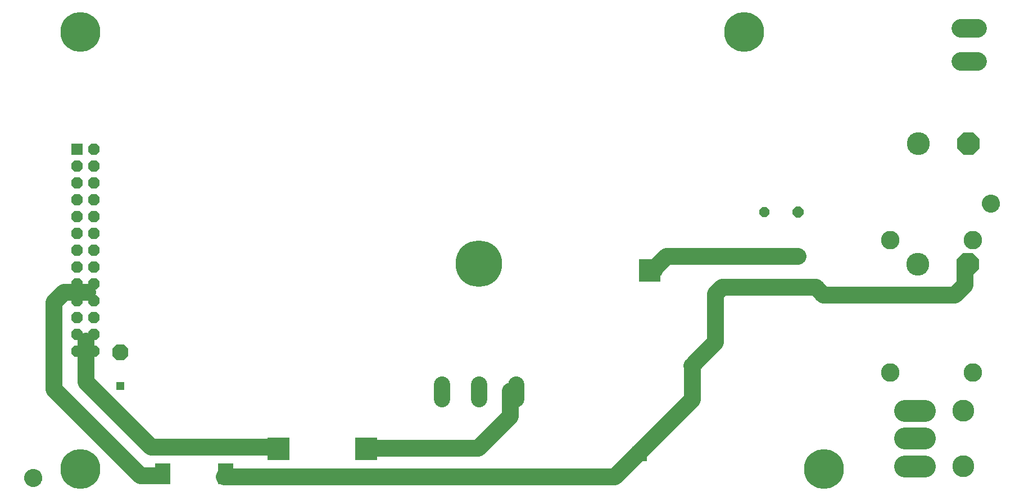
<source format=gbs>
G75*
G70*
%OFA0B0*%
%FSLAX24Y24*%
%IPPOS*%
%LPD*%
%AMOC8*
5,1,8,0,0,1.08239X$1,22.5*
%
%ADD10C,0.1000*%
%ADD11C,0.0973*%
%ADD12C,0.2759*%
%ADD13R,0.0674X0.0674*%
%ADD14OC8,0.0674*%
%ADD15C,0.1360*%
%ADD16OC8,0.1360*%
%ADD17C,0.1100*%
%ADD18OC8,0.0946*%
%ADD19R,0.0516X0.0516*%
%ADD20OC8,0.0640*%
%ADD21OC8,0.0600*%
%ADD22C,0.1100*%
%ADD23C,0.0050*%
%ADD24C,0.1299*%
%ADD25C,0.1299*%
%ADD26R,0.0516X0.0516*%
%ADD27C,0.2365*%
D10*
X006475Y009407D02*
X011625Y004257D01*
X012400Y004257D01*
X012250Y005957D02*
X019225Y005957D01*
X016575Y004207D02*
X039750Y004207D01*
X044350Y008807D01*
X044350Y010757D01*
X044325Y010782D01*
X044475Y010957D02*
X044500Y010957D01*
X044475Y010957D02*
X045725Y012207D01*
X045725Y015057D01*
X046125Y015457D01*
X051675Y015457D01*
X052125Y015007D01*
X059925Y015007D01*
X060500Y015582D01*
X060500Y016532D01*
X050625Y017307D02*
X042825Y017307D01*
X042125Y016607D01*
X042125Y016482D01*
X033550Y009307D02*
X033550Y007807D01*
X031650Y005907D01*
X025625Y005907D01*
X012250Y005957D02*
X008375Y009832D01*
X008375Y012257D01*
X006475Y014557D02*
X007075Y015157D01*
X008475Y015157D01*
X006475Y014557D02*
X006475Y009407D01*
D11*
X029462Y009700D02*
X029462Y008815D01*
X031662Y008815D02*
X031662Y009700D01*
X033862Y009700D02*
X033862Y008815D01*
D12*
X031662Y016858D03*
D13*
X007832Y023673D03*
D14*
X008832Y023673D03*
X008832Y022673D03*
X007832Y022673D03*
X007832Y021673D03*
X008832Y021673D03*
X008832Y020673D03*
X007832Y020673D03*
X007832Y019673D03*
X008832Y019673D03*
X008832Y018673D03*
X007832Y018673D03*
X007832Y017673D03*
X008832Y017673D03*
X008832Y016673D03*
X007832Y016673D03*
X007832Y015673D03*
X008832Y015673D03*
X008832Y014673D03*
X007832Y014673D03*
X007832Y013673D03*
X008832Y013673D03*
X008832Y012673D03*
X007832Y012673D03*
X007832Y011673D03*
X008832Y011673D03*
D15*
X057723Y016832D03*
X057748Y023982D03*
D16*
X060701Y023982D03*
X060676Y016832D03*
D17*
X060250Y028882D02*
X061250Y028882D01*
X061250Y030851D02*
X060250Y030851D01*
D18*
X010425Y011607D03*
D19*
X010425Y009607D03*
D20*
X050625Y019932D03*
D21*
X048625Y019932D03*
D22*
X056064Y018269D03*
X060985Y018269D03*
X060985Y010395D03*
X056064Y010395D03*
D23*
X004867Y003811D02*
X004817Y003882D01*
X004780Y003961D01*
X004757Y004045D01*
X004750Y004132D01*
X004757Y004219D01*
X004780Y004303D01*
X004817Y004382D01*
X004867Y004453D01*
X004928Y004515D01*
X005000Y004565D01*
X005079Y004602D01*
X005163Y004624D01*
X005250Y004632D01*
X005337Y004624D01*
X005421Y004602D01*
X005500Y004565D01*
X005571Y004515D01*
X005633Y004453D01*
X005683Y004382D01*
X005720Y004303D01*
X005742Y004219D01*
X005750Y004132D01*
X005742Y004045D01*
X005720Y003961D01*
X005683Y003882D01*
X005633Y003811D01*
X005571Y003749D01*
X005500Y003699D01*
X005421Y003662D01*
X005337Y003640D01*
X005250Y003632D01*
X005163Y003640D01*
X005079Y003662D01*
X005000Y003699D01*
X004928Y003749D01*
X004867Y003811D01*
X004868Y003809D02*
X005631Y003809D01*
X005666Y003858D02*
X004834Y003858D01*
X004806Y003906D02*
X005694Y003906D01*
X005717Y003955D02*
X004783Y003955D01*
X004769Y004003D02*
X005731Y004003D01*
X005743Y004052D02*
X004757Y004052D01*
X004753Y004100D02*
X005747Y004100D01*
X005748Y004149D02*
X004751Y004149D01*
X004756Y004197D02*
X005744Y004197D01*
X005735Y004246D02*
X004765Y004246D01*
X004778Y004294D02*
X005722Y004294D01*
X005701Y004343D02*
X004799Y004343D01*
X004823Y004391D02*
X005676Y004391D01*
X005643Y004440D02*
X004857Y004440D01*
X004902Y004488D02*
X005598Y004488D01*
X005540Y004537D02*
X004959Y004537D01*
X005043Y004585D02*
X005457Y004585D01*
X005583Y003761D02*
X004917Y003761D01*
X004981Y003712D02*
X005519Y003712D01*
X005424Y003664D02*
X005076Y003664D01*
X061580Y020261D02*
X061617Y020182D01*
X061667Y020111D01*
X061728Y020049D01*
X061800Y019999D01*
X061879Y019962D01*
X061963Y019940D01*
X062050Y019932D01*
X062137Y019940D01*
X062221Y019962D01*
X062300Y019999D01*
X062371Y020049D01*
X062433Y020111D01*
X062483Y020182D01*
X062520Y020261D01*
X062542Y020345D01*
X062550Y020432D01*
X062542Y020519D01*
X062520Y020603D01*
X062483Y020682D01*
X062433Y020753D01*
X062371Y020815D01*
X062300Y020865D01*
X062221Y020902D01*
X062137Y020924D01*
X062050Y020932D01*
X061963Y020924D01*
X061879Y020902D01*
X061800Y020865D01*
X061728Y020815D01*
X061667Y020753D01*
X061617Y020682D01*
X061580Y020603D01*
X061557Y020519D01*
X061550Y020432D01*
X061557Y020345D01*
X061580Y020261D01*
X061585Y020251D02*
X062515Y020251D01*
X062530Y020299D02*
X061570Y020299D01*
X061557Y020348D02*
X062542Y020348D01*
X062547Y020396D02*
X061553Y020396D01*
X061551Y020445D02*
X062549Y020445D01*
X062545Y020493D02*
X061555Y020493D01*
X061564Y020542D02*
X062536Y020542D01*
X062523Y020590D02*
X061577Y020590D01*
X061597Y020639D02*
X062503Y020639D01*
X062479Y020687D02*
X061621Y020687D01*
X061654Y020736D02*
X062445Y020736D01*
X062402Y020784D02*
X061698Y020784D01*
X061754Y020833D02*
X062346Y020833D01*
X062265Y020881D02*
X061835Y020881D01*
X062024Y020930D02*
X062076Y020930D01*
X062492Y020202D02*
X061607Y020202D01*
X061637Y020154D02*
X062463Y020154D01*
X062428Y020105D02*
X061672Y020105D01*
X061721Y020057D02*
X062379Y020057D01*
X062313Y020008D02*
X061787Y020008D01*
X061888Y019960D02*
X062212Y019960D01*
D24*
X058115Y008132D02*
X056934Y008132D01*
X056934Y006479D02*
X058115Y006479D01*
X058115Y004825D02*
X056934Y004825D01*
D25*
X060399Y004825D03*
X060399Y008132D03*
D26*
X042225Y016032D03*
X041825Y016032D03*
X041425Y016032D03*
X041425Y016457D03*
X041825Y016457D03*
X042225Y016457D03*
X042225Y016882D03*
X041825Y016882D03*
X041425Y016882D03*
X025425Y006282D03*
X025425Y005857D03*
X025425Y005432D03*
X025000Y005432D03*
X025000Y005857D03*
X025000Y006282D03*
X024575Y006282D03*
X024575Y005857D03*
X024575Y005432D03*
X020225Y005432D03*
X020225Y005857D03*
X020225Y006282D03*
X019800Y006282D03*
X019800Y005857D03*
X019800Y005432D03*
X019375Y005432D03*
X019375Y005857D03*
X019375Y006282D03*
X016875Y004757D03*
X016875Y004382D03*
X016875Y004007D03*
X016450Y004007D03*
X016450Y004382D03*
X016450Y004757D03*
X013150Y004757D03*
X013150Y004382D03*
X013150Y004007D03*
X012725Y004007D03*
X012725Y004382D03*
X012725Y004757D03*
X041000Y005357D03*
X041000Y005757D03*
X041425Y005757D03*
X041425Y005357D03*
D27*
X052134Y004653D03*
X008040Y004653D03*
X008040Y030637D03*
X047410Y030637D03*
M02*

</source>
